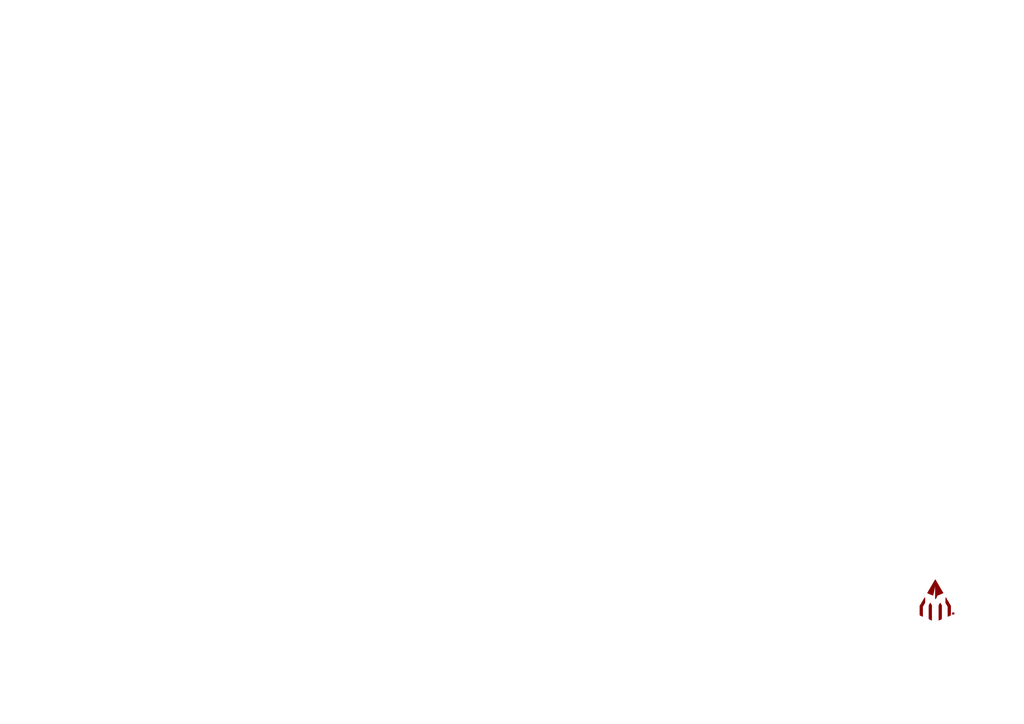
<source format=kicad_sch>
(kicad_sch (version 20230121) (generator eeschema)
  (paper "A4")
  (title_block (title "Nombre de Proyecto  / VERSIÓN") (rev "REV A") (company "PROYECTIL MX"))
  (lib_symbols
    (symbol "Proyectil-Graphics:LOGO" (pin_names (offset 1.016))
      (symbol "LOGO_0_0"
        (polyline (pts (xy 3.1504 -4.8332) (xy 3.187 -4.8194) (xy 3.2418 -4.7977) (xy 3.3103 -4.7698) (xy 3.3883 -4.7376) (xy 3.4715 -4.7029) (xy 3.5555 -4.6674) (xy 3.6361 -4.6331) (xy 3.709 -4.6017) (xy 3.7698 -4.575) (xy 3.8142 -4.5548) (xy 3.838 -4.5429) (xy 3.8386 -4.5426) (xy 3.8933 -4.4954) (xy 3.9378 -4.429) (xy 3.9659 -4.3522) (xy 3.9675 -4.3405) (xy 3.9702 -4.2976) (xy 3.9726 -4.2273) (xy 3.9747 -4.13) (xy 3.9765 -4.0065) (xy 3.978 -3.8574) (xy 3.9792 -3.6834) (xy 3.98 -3.485) (xy 3.9806 -3.263) (xy 3.9808 -3.018) (xy 3.981 -1.748) (xy 3.275 -0.5422) (xy 2.569 0.6636) (xy 2.5224 0.6636) (xy 2.4758 0.6636) (xy 2.4758 -0.0998) (xy 2.4758 -0.8633) (xy 2.8005 -1.4169) (xy 3.1251 -1.9706) (xy 3.1251 -3.404) (xy 3.1251 -3.5336) (xy 3.1254 -3.7281) (xy 3.1258 -3.9131) (xy 3.1265 -4.0868) (xy 3.1273 -4.2471) (xy 3.1283 -4.3923) (xy 3.1294 -4.5203) (xy 3.1307 -4.6294) (xy 3.132 -4.7175) (xy 3.1335 -4.7828) (xy 3.135 -4.8234) (xy 3.1366 -4.8374) (xy 3.1504 -4.8332)) (stroke (width 0.01)) (fill (type outline)))
        (polyline (pts (xy 4.6116 -4.1094) (xy 4.6289 -4.1038) (xy 4.6362 -4.085) (xy 4.6377 -4.0454) (xy 4.6388 -4.0149) (xy 4.6455 -3.9887) (xy 4.66 -3.9812) (xy 4.6872 -3.9853) (xy 4.7237 -4.0114) (xy 4.7437 -4.0593) (xy 4.7515 -4.0897) (xy 4.7665 -4.106) (xy 4.7964 -4.1096) (xy 4.7974 -4.1096) (xy 4.8258 -4.1073) (xy 4.8346 -4.0948) (xy 4.83 -4.0632) (xy 4.8176 -4.0223) (xy 4.7993 -3.9836) (xy 4.7902 -3.9681) (xy 4.7861 -3.9468) (xy 4.8007 -3.9254) (xy 4.815 -3.9005) (xy 4.8232 -3.8616) (xy 4.8219 -3.8455) (xy 4.8082 -3.8214) (xy 4.7737 -3.8021) (xy 4.7553 -3.7953) (xy 4.6765 -3.7822) (xy 4.5984 -3.7904) (xy 4.5911 -3.7926) (xy 4.5794 -3.7995) (xy 4.5722 -3.8139) (xy 4.5682 -3.8409) (xy 4.5666 -3.8849) (xy 4.6403 -3.8849) (xy 4.6408 -3.8808) (xy 4.6526 -3.8521) (xy 4.6817 -3.8413) (xy 4.7017 -3.8414) (xy 4.732 -3.8537) (xy 4.746 -3.8763) (xy 4.7376 -3.9027) (xy 4.7143 -3.9172) (xy 4.6778 -3.9241) (xy 4.6558 -3.9229) (xy 4.6405 -3.9127) (xy 4.6403 -3.8849) (xy 4.5666 -3.8849) (xy 4.5666 -3.886) (xy 4.5663 -3.9543) (xy 4.5663 -4.1096) (xy 4.602 -4.1096) (xy 4.6116 -4.1094)) (stroke (width 0.01)) (fill (type outline)))
        (polyline (pts (xy -1.5226 -5.9215) (xy -1.5214 -5.8977) (xy -1.5203 -5.8473) (xy -1.5193 -5.772) (xy -1.5184 -5.6734) (xy -1.5176 -5.5529) (xy -1.5169 -5.4122) (xy -1.5163 -5.2528) (xy -1.5158 -5.0763) (xy -1.5155 -4.8842) (xy -1.5153 -4.6781) (xy -1.5152 -4.4595) (xy -1.5153 -4.2301) (xy -1.5155 -3.9913) (xy -1.5159 -3.7448) (xy -1.5197 -1.5768) (xy -1.587 -1.4555) (xy -1.6021 -1.4284) (xy -1.6392 -1.3632) (xy -1.6842 -1.2851) (xy -1.7328 -1.2015) (xy -1.7805 -1.1201) (xy -1.8079 -1.0741) (xy -1.8526 -1.0016) (xy -1.8877 -0.9505) (xy -1.9153 -0.9183) (xy -1.938 -0.9024) (xy -1.958 -0.9004) (xy -1.9778 -0.9096) (xy -1.9864 -0.9204) (xy -2.008 -0.9533) (xy -2.04 -1.0045) (xy -2.0804 -1.0707) (xy -2.1269 -1.1484) (xy -2.1776 -1.2343) (xy -2.3616 -1.5482) (xy -2.3653 -3.4956) (xy -2.369 -5.4429) (xy -2.3323 -5.518) (xy -2.3153 -5.5488) (xy -2.2851 -5.592) (xy -2.2572 -5.6204) (xy -2.239 -5.6305) (xy -2.1965 -5.6511) (xy -2.135 -5.6792) (xy -2.0584 -5.7131) (xy -1.9709 -5.7509) (xy -1.8763 -5.7908) (xy -1.7916 -5.8257) (xy -1.7069 -5.8596) (xy -1.6341 -5.8876) (xy -1.5768 -5.9085) (xy -1.5386 -5.9208) (xy -1.523 -5.9233) (xy -1.5226 -5.9215)) (stroke (width 0.01)) (fill (type outline)))
        (polyline (pts (xy 4.815 -4.2359) (xy 4.8956 -4.1839) (xy 4.8995 -4.1805) (xy 4.9596 -4.1113) (xy 4.9955 -4.0346) (xy 5.0087 -3.9545) (xy 5.0008 -3.8752) (xy 4.9733 -3.8009) (xy 4.9277 -3.7357) (xy 4.8655 -3.6839) (xy 4.7882 -3.6495) (xy 4.6974 -3.6369) (xy 4.6967 -3.6369) (xy 4.6154 -3.6431) (xy 4.548 -3.6648) (xy 4.4828 -3.7058) (xy 4.481 -3.7072) (xy 4.4397 -3.752) (xy 4.4031 -3.8128) (xy 4.3768 -3.8782) (xy 4.3667 -3.9367) (xy 4.3676 -3.9455) (xy 4.4094 -3.9455) (xy 4.4158 -3.8791) (xy 4.4447 -3.8061) (xy 4.4988 -3.7435) (xy 4.5095 -3.7344) (xy 4.5868 -3.6885) (xy 4.67 -3.67) (xy 4.7565 -3.6791) (xy 4.8438 -3.716) (xy 4.9006 -3.7616) (xy 4.944 -3.8261) (xy 4.9667 -3.8998) (xy 4.9688 -3.9773) (xy 4.9501 -4.053) (xy 4.9106 -4.1213) (xy 4.8501 -4.1766) (xy 4.809 -4.1975) (xy 4.734 -4.2168) (xy 4.6549 -4.22) (xy 4.5841 -4.2055) (xy 4.5167 -4.1678) (xy 4.4593 -4.1073) (xy 4.4224 -4.0315) (xy 4.4094 -3.9455) (xy 4.3676 -3.9455) (xy 4.3732 -4.0024) (xy 4.4039 -4.0885) (xy 4.457 -4.1619) (xy 4.5289 -4.2183) (xy 4.6163 -4.2532) (xy 4.6354 -4.2573) (xy 4.7276 -4.2605) (xy 4.815 -4.2359)) (stroke (width 0.01)) (fill (type outline)))
        (polyline (pts (xy 0.5399 -5.9231) (xy 0.5901 -5.9026) (xy 0.6556 -5.8754) (xy 0.7319 -5.8436) (xy 0.8143 -5.8091) (xy 0.8982 -5.7738) (xy 0.9789 -5.7398) (xy 1.0518 -5.7088) (xy 1.1122 -5.683) (xy 1.1556 -5.6642) (xy 1.1773 -5.6545) (xy 1.1952 -5.6449) (xy 1.2643 -5.5908) (xy 1.3178 -5.5152) (xy 1.3485 -5.4581) (xy 1.3529 -3.5602) (xy 1.353 -3.5161) (xy 1.3536 -3.2216) (xy 1.354 -2.9546) (xy 1.3541 -2.7143) (xy 1.354 -2.4999) (xy 1.3536 -2.3104) (xy 1.353 -2.1451) (xy 1.3521 -2.003) (xy 1.351 -1.8833) (xy 1.3496 -1.7852) (xy 1.3479 -1.7078) (xy 1.346 -1.6502) (xy 1.3438 -1.6116) (xy 1.3413 -1.591) (xy 1.333 -1.5653) (xy 1.3077 -1.5086) (xy 1.2674 -1.4302) (xy 1.2126 -1.3312) (xy 1.1439 -1.2129) (xy 1.1199 -1.1724) (xy 1.0639 -1.0792) (xy 1.0192 -1.0079) (xy 0.984 -0.9565) (xy 0.9563 -0.9228) (xy 0.9341 -0.9048) (xy 0.9157 -0.9003) (xy 0.8991 -0.9071) (xy 0.8823 -0.9233) (xy 0.8748 -0.9338) (xy 0.853 -0.9674) (xy 0.8208 -1.0195) (xy 0.7802 -1.0862) (xy 0.7336 -1.1638) (xy 0.6833 -1.2486) (xy 0.5066 -1.5482) (xy 0.5029 -3.7438) (xy 0.5026 -3.9592) (xy 0.5022 -4.2419) (xy 0.5019 -4.4981) (xy 0.5018 -4.7288) (xy 0.5019 -4.9352) (xy 0.5021 -5.1184) (xy 0.5025 -5.2796) (xy 0.5031 -5.42) (xy 0.5038 -5.5406) (xy 0.5047 -5.6426) (xy 0.5059 -5.7272) (xy 0.5072 -5.7954) (xy 0.5087 -5.8485) (xy 0.5105 -5.8876) (xy 0.5125 -5.9138) (xy 0.5147 -5.9283) (xy 0.5172 -5.9322) (xy 0.5399 -5.9231)) (stroke (width 0.01)) (fill (type outline)))
        (polyline (pts (xy -4.155 -4.8361) (xy -4.1521 -4.8273) (xy -4.1495 -4.8066) (xy -4.1472 -4.7726) (xy -4.1453 -4.7239) (xy -4.1436 -4.6592) (xy -4.1422 -4.5771) (xy -4.141 -4.4761) (xy -4.1401 -4.3549) (xy -4.1393 -4.2121) (xy -4.1388 -4.0463) (xy -4.1384 -3.8561) (xy -4.1382 -3.6402) (xy -4.1382 -3.3971) (xy -4.1382 -1.9569) (xy -3.8135 -1.4029) (xy -3.4889 -0.849) (xy -3.4848 -0.1177) (xy -3.4845 -0.0434) (xy -3.484 0.135) (xy -3.4841 0.2857) (xy -3.4851 0.4092) (xy -3.4867 0.506) (xy -3.4891 0.5768) (xy -3.4922 0.622) (xy -3.496 0.6422) (xy -3.5073 0.657) (xy -3.5386 0.6703) (xy -3.5744 0.6615) (xy -3.6067 0.6315) (xy -3.6081 0.6293) (xy -3.6225 0.6056) (xy -3.65 0.5595) (xy -3.6895 0.4927) (xy -3.7401 0.4071) (xy -3.8005 0.3043) (xy -3.8699 0.1863) (xy -3.9472 0.0546) (xy -4.0313 -0.0888) (xy -4.1211 -0.2422) (xy -4.2157 -0.4038) (xy -4.314 -0.5719) (xy -4.9943 -1.7361) (xy -4.994 -3.0477) (xy -4.994 -3.229) (xy -4.9939 -3.4309) (xy -4.9937 -3.6076) (xy -4.9933 -3.7608) (xy -4.9928 -3.8922) (xy -4.9922 -4.0037) (xy -4.9913 -4.0971) (xy -4.9901 -4.1742) (xy -4.9886 -4.2367) (xy -4.9868 -4.2865) (xy -4.9847 -4.3253) (xy -4.9821 -4.355) (xy -4.9791 -4.3774) (xy -4.9756 -4.3941) (xy -4.9716 -4.4071) (xy -4.967 -4.4182) (xy -4.9615 -4.4292) (xy -4.9284 -4.4777) (xy -4.889 -4.5181) (xy -4.8718 -4.5292) (xy -4.8281 -4.5525) (xy -4.7654 -4.5829) (xy -4.6879 -4.6186) (xy -4.5999 -4.6575) (xy -4.5057 -4.6975) (xy -4.4318 -4.7281) (xy -4.3466 -4.763) (xy -4.2727 -4.7928) (xy -4.2137 -4.816) (xy -4.1736 -4.8311) (xy -4.156 -4.8366) (xy -4.155 -4.8361)) (stroke (width 0.01)) (fill (type outline)))
        (polyline (pts (xy -0.4375 0.2443) (xy -0.4222 0.2549) (xy -0.4029 0.2771) (xy -0.3784 0.313) (xy -0.3475 0.3644) (xy -0.3089 0.4335) (xy -0.2615 0.5223) (xy -0.2041 0.6327) (xy -0.1355 0.7668) (xy -0.1214 0.7945) (xy -0.0663 0.9025) (xy -0.0157 1.0017) (xy 0.0291 1.0893) (xy 0.0667 1.1625) (xy 0.0956 1.2185) (xy 0.1145 1.2546) (xy 0.1218 1.268) (xy 0.1227 1.2685) (xy 0.142 1.277) (xy 0.185 1.2954) (xy 0.2493 1.3226) (xy 0.3328 1.3577) (xy 0.4331 1.3998) (xy 0.5481 1.4479) (xy 0.6756 1.501) (xy 0.8132 1.5584) (xy 0.9588 1.619) (xy 0.9924 1.6329) (xy 1.1363 1.693) (xy 1.2715 1.75) (xy 1.396 1.8028) (xy 1.5074 1.8505) (xy 1.6035 1.8922) (xy 1.6821 1.9268) (xy 1.7411 1.9535) (xy 1.7781 1.9712) (xy 1.7909 1.979) (xy 1.7877 1.9854) (xy 1.7715 2.0147) (xy 1.7421 2.0664) (xy 1.7003 2.1393) (xy 1.647 2.2319) (xy 1.5827 2.3431) (xy 1.5084 2.4714) (xy 1.4247 2.6155) (xy 1.3325 2.7742) (xy 1.2324 2.946) (xy 1.1254 3.1298) (xy 1.0121 3.3242) (xy 0.8933 3.5277) (xy 0.7697 3.7393) (xy 0.6422 3.9574) (xy 0.5137 4.1771) (xy 0.3747 4.4146) (xy 0.2489 4.6295) (xy 0.1356 4.823) (xy 0.0341 4.996) (xy -0.0563 5.1497) (xy -0.1361 5.2852) (xy -0.2062 5.4037) (xy -0.2671 5.5061) (xy -0.3196 5.5937) (xy -0.3642 5.6675) (xy -0.4017 5.7286) (xy -0.4327 5.7782) (xy -0.4579 5.8173) (xy -0.478 5.847) (xy -0.4936 5.8685) (xy -0.5054 5.8828) (xy -0.5141 5.891) (xy -0.5203 5.8943) (xy -0.5247 5.8938) (xy -0.5279 5.8905) (xy -0.5316 5.8847) (xy -0.5488 5.8558) (xy -0.5792 5.8044) (xy -0.622 5.7318) (xy -0.6765 5.6394) (xy -0.7417 5.5284) (xy -0.817 5.4003) (xy -0.9015 5.2563) (xy -0.9945 5.0978) (xy -1.0951 4.9262) (xy -1.2026 4.7428) (xy -1.3162 4.5489) (xy -1.4351 4.3459) (xy -1.5586 4.1351) (xy -1.6857 3.9179) (xy -1.6882 3.9137) (xy -1.8484 3.6398) (xy -1.9945 3.3897) (xy -2.1269 3.1626) (xy -2.2461 2.9579) (xy -2.3524 2.7747) (xy -2.4463 2.6124) (xy -2.5283 2.4701) (xy -2.5986 2.3472) (xy -2.6579 2.2428) (xy -2.7064 2.1563) (xy -2.7446 2.0869) (xy -2.773 2.0339) (xy -2.7919 1.9965) (xy -2.8019 1.9739) (xy -2.8032 1.9655) (xy -2.7879 1.9586) (xy -2.7483 1.9416) (xy -2.6871 1.9156) (xy -2.6064 1.8816) (xy -2.5088 1.8406) (xy -2.3965 1.7935) (xy -2.2718 1.7414) (xy -2.1372 1.6853) (xy -1.995 1.626) (xy -1.8311 1.558) (xy -1.662 1.4886) (xy -1.5185 1.4304) (xy -1.4003 1.3835) (xy -1.307 1.3476) (xy -1.2385 1.3227) (xy -1.1943 1.3086) (xy -1.1742 1.3053) (xy -1.148 1.3226) (xy -1.1272 1.3665) (xy -1.1238 1.3806) (xy -1.1146 1.4222) (xy -1.1005 1.4883) (xy -1.0817 1.577) (xy -1.0587 1.6863) (xy -1.0319 1.8144) (xy -1.0017 1.9593) (xy -0.9685 2.119) (xy -0.9327 2.2917) (xy -0.8947 2.4755) (xy -0.855 2.6683) (xy -0.8138 2.8682) (xy -0.5158 4.3166) (xy -0.5148 2.3018) (xy -0.5137 0.2871) (xy -0.482 0.2648) (xy -0.4593 0.2499) (xy -0.4453 0.2426) (xy -0.4375 0.2443)) (stroke (width 0.01)) (fill (type outline)))
      )
    )
  )
  (symbol (lib_id "Proyectil-Graphics:LOGO") (at 271.78 173.99 0) (unit 1)
    (property "Reference" "#G1" (effects hide))
    (property "Value" "LOGO" (effects hide))
  )
)
</source>
